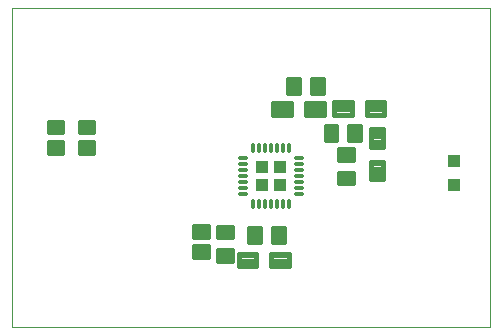
<source format=gtp>
G75*
%MOIN*%
%OFA0B0*%
%FSLAX25Y25*%
%IPPOS*%
%LPD*%
%AMOC8*
5,1,8,0,0,1.08239X$1,22.5*
%
%ADD10C,0.00000*%
%ADD11C,0.01535*%
%ADD12C,0.01200*%
%ADD13R,0.04000X0.04000*%
%ADD14C,0.01772*%
%ADD15R,0.03937X0.03937*%
D10*
X0001600Y0001600D02*
X0161049Y0001600D01*
X0161049Y0107899D01*
X0001600Y0107899D01*
X0001600Y0001600D01*
D11*
X0066786Y0024962D02*
X0066786Y0028546D01*
X0066786Y0024962D02*
X0062414Y0024962D01*
X0062414Y0028546D01*
X0066786Y0028546D01*
X0066786Y0026496D02*
X0062414Y0026496D01*
X0062414Y0028030D02*
X0066786Y0028030D01*
X0070118Y0027155D02*
X0070118Y0023571D01*
X0070118Y0027155D02*
X0074882Y0027155D01*
X0074882Y0023571D01*
X0070118Y0023571D01*
X0070118Y0025105D02*
X0074882Y0025105D01*
X0074882Y0026639D02*
X0070118Y0026639D01*
X0070118Y0031445D02*
X0070118Y0035029D01*
X0074882Y0035029D01*
X0074882Y0031445D01*
X0070118Y0031445D01*
X0070118Y0032979D02*
X0074882Y0032979D01*
X0074882Y0034513D02*
X0070118Y0034513D01*
X0066786Y0035238D02*
X0066786Y0031654D01*
X0062414Y0031654D01*
X0062414Y0035238D01*
X0066786Y0035238D01*
X0066786Y0033188D02*
X0062414Y0033188D01*
X0062414Y0034722D02*
X0066786Y0034722D01*
X0080671Y0029918D02*
X0084255Y0029918D01*
X0080671Y0029918D02*
X0080671Y0034682D01*
X0084255Y0034682D01*
X0084255Y0029918D01*
X0084255Y0031452D02*
X0080671Y0031452D01*
X0080671Y0032986D02*
X0084255Y0032986D01*
X0084255Y0034520D02*
X0080671Y0034520D01*
X0088545Y0029918D02*
X0092129Y0029918D01*
X0088545Y0029918D02*
X0088545Y0034682D01*
X0092129Y0034682D01*
X0092129Y0029918D01*
X0092129Y0031452D02*
X0088545Y0031452D01*
X0088545Y0032986D02*
X0092129Y0032986D01*
X0092129Y0034520D02*
X0088545Y0034520D01*
X0115282Y0049471D02*
X0115282Y0053055D01*
X0115282Y0049471D02*
X0110518Y0049471D01*
X0110518Y0053055D01*
X0115282Y0053055D01*
X0115282Y0051005D02*
X0110518Y0051005D01*
X0110518Y0052539D02*
X0115282Y0052539D01*
X0115282Y0057345D02*
X0115282Y0060929D01*
X0115282Y0057345D02*
X0110518Y0057345D01*
X0110518Y0060929D01*
X0115282Y0060929D01*
X0115282Y0058879D02*
X0110518Y0058879D01*
X0110518Y0060413D02*
X0115282Y0060413D01*
X0114045Y0063918D02*
X0117629Y0063918D01*
X0114045Y0063918D02*
X0114045Y0068682D01*
X0117629Y0068682D01*
X0117629Y0063918D01*
X0117629Y0065452D02*
X0114045Y0065452D01*
X0114045Y0066986D02*
X0117629Y0066986D01*
X0117629Y0068520D02*
X0114045Y0068520D01*
X0109755Y0063918D02*
X0106171Y0063918D01*
X0106171Y0068682D01*
X0109755Y0068682D01*
X0109755Y0063918D01*
X0109755Y0065452D02*
X0106171Y0065452D01*
X0106171Y0066986D02*
X0109755Y0066986D01*
X0109755Y0068520D02*
X0106171Y0068520D01*
X0105229Y0079518D02*
X0101645Y0079518D01*
X0101645Y0084282D01*
X0105229Y0084282D01*
X0105229Y0079518D01*
X0105229Y0081052D02*
X0101645Y0081052D01*
X0101645Y0082586D02*
X0105229Y0082586D01*
X0105229Y0084120D02*
X0101645Y0084120D01*
X0097355Y0079518D02*
X0093771Y0079518D01*
X0093771Y0084282D01*
X0097355Y0084282D01*
X0097355Y0079518D01*
X0097355Y0081052D02*
X0093771Y0081052D01*
X0093771Y0082586D02*
X0097355Y0082586D01*
X0097355Y0084120D02*
X0093771Y0084120D01*
X0028586Y0070038D02*
X0028586Y0066454D01*
X0024214Y0066454D01*
X0024214Y0070038D01*
X0028586Y0070038D01*
X0028586Y0067988D02*
X0024214Y0067988D01*
X0024214Y0069522D02*
X0028586Y0069522D01*
X0028586Y0063346D02*
X0028586Y0059762D01*
X0024214Y0059762D01*
X0024214Y0063346D01*
X0028586Y0063346D01*
X0028586Y0061296D02*
X0024214Y0061296D01*
X0024214Y0062830D02*
X0028586Y0062830D01*
X0018386Y0063346D02*
X0018386Y0059762D01*
X0014014Y0059762D01*
X0014014Y0063346D01*
X0018386Y0063346D01*
X0018386Y0061296D02*
X0014014Y0061296D01*
X0014014Y0062830D02*
X0018386Y0062830D01*
X0018386Y0066454D02*
X0018386Y0070038D01*
X0018386Y0066454D02*
X0014014Y0066454D01*
X0014014Y0070038D01*
X0018386Y0070038D01*
X0018386Y0067988D02*
X0014014Y0067988D01*
X0014014Y0069522D02*
X0018386Y0069522D01*
D12*
X0077500Y0057906D02*
X0079500Y0057906D01*
X0079500Y0055937D02*
X0077500Y0055937D01*
X0077500Y0053969D02*
X0079500Y0053969D01*
X0079500Y0052000D02*
X0077500Y0052000D01*
X0077500Y0050031D02*
X0079500Y0050031D01*
X0079500Y0048063D02*
X0077500Y0048063D01*
X0077500Y0046094D02*
X0079500Y0046094D01*
X0081994Y0043600D02*
X0081994Y0041600D01*
X0083963Y0041600D02*
X0083963Y0043600D01*
X0085931Y0043600D02*
X0085931Y0041600D01*
X0087900Y0041600D02*
X0087900Y0043600D01*
X0089869Y0043600D02*
X0089869Y0041600D01*
X0091837Y0041600D02*
X0091837Y0043600D01*
X0093806Y0043600D02*
X0093806Y0041600D01*
X0096300Y0046094D02*
X0098300Y0046094D01*
X0098300Y0048063D02*
X0096300Y0048063D01*
X0096300Y0050031D02*
X0098300Y0050031D01*
X0098300Y0052000D02*
X0096300Y0052000D01*
X0096300Y0053969D02*
X0098300Y0053969D01*
X0098300Y0055937D02*
X0096300Y0055937D01*
X0096300Y0057906D02*
X0098300Y0057906D01*
X0093806Y0060400D02*
X0093806Y0062400D01*
X0091837Y0062400D02*
X0091837Y0060400D01*
X0089869Y0060400D02*
X0089869Y0062400D01*
X0087900Y0062400D02*
X0087900Y0060400D01*
X0085931Y0060400D02*
X0085931Y0062400D01*
X0083963Y0062400D02*
X0083963Y0060400D01*
X0081994Y0060400D02*
X0081994Y0062400D01*
D13*
X0084900Y0055000D03*
X0090900Y0055000D03*
X0090900Y0049000D03*
X0084900Y0049000D03*
D14*
X0083039Y0026067D02*
X0077135Y0026067D01*
X0083039Y0026067D02*
X0083039Y0021933D01*
X0077135Y0021933D01*
X0077135Y0026067D01*
X0077135Y0023704D02*
X0083039Y0023704D01*
X0083039Y0025475D02*
X0077135Y0025475D01*
X0087961Y0026067D02*
X0093865Y0026067D01*
X0093865Y0021933D01*
X0087961Y0021933D01*
X0087961Y0026067D01*
X0087961Y0023704D02*
X0093865Y0023704D01*
X0093865Y0025475D02*
X0087961Y0025475D01*
X0121233Y0050835D02*
X0121233Y0056739D01*
X0125367Y0056739D01*
X0125367Y0050835D01*
X0121233Y0050835D01*
X0121233Y0052606D02*
X0125367Y0052606D01*
X0125367Y0054377D02*
X0121233Y0054377D01*
X0121233Y0056148D02*
X0125367Y0056148D01*
X0121233Y0061661D02*
X0121233Y0067565D01*
X0125367Y0067565D01*
X0125367Y0061661D01*
X0121233Y0061661D01*
X0121233Y0063432D02*
X0125367Y0063432D01*
X0125367Y0065203D02*
X0121233Y0065203D01*
X0121233Y0066974D02*
X0125367Y0066974D01*
X0125765Y0076567D02*
X0119861Y0076567D01*
X0125765Y0076567D02*
X0125765Y0072433D01*
X0119861Y0072433D01*
X0119861Y0076567D01*
X0119861Y0074204D02*
X0125765Y0074204D01*
X0125765Y0075975D02*
X0119861Y0075975D01*
X0114939Y0076567D02*
X0109035Y0076567D01*
X0114939Y0076567D02*
X0114939Y0072433D01*
X0109035Y0072433D01*
X0109035Y0076567D01*
X0109035Y0074204D02*
X0114939Y0074204D01*
X0114939Y0075975D02*
X0109035Y0075975D01*
X0105465Y0076267D02*
X0099561Y0076267D01*
X0105465Y0076267D02*
X0105465Y0072133D01*
X0099561Y0072133D01*
X0099561Y0076267D01*
X0099561Y0073904D02*
X0105465Y0073904D01*
X0105465Y0075675D02*
X0099561Y0075675D01*
X0094639Y0076267D02*
X0088735Y0076267D01*
X0094639Y0076267D02*
X0094639Y0072133D01*
X0088735Y0072133D01*
X0088735Y0076267D01*
X0088735Y0073904D02*
X0094639Y0073904D01*
X0094639Y0075675D02*
X0088735Y0075675D01*
D15*
X0149100Y0056837D03*
X0149100Y0048963D03*
M02*

</source>
